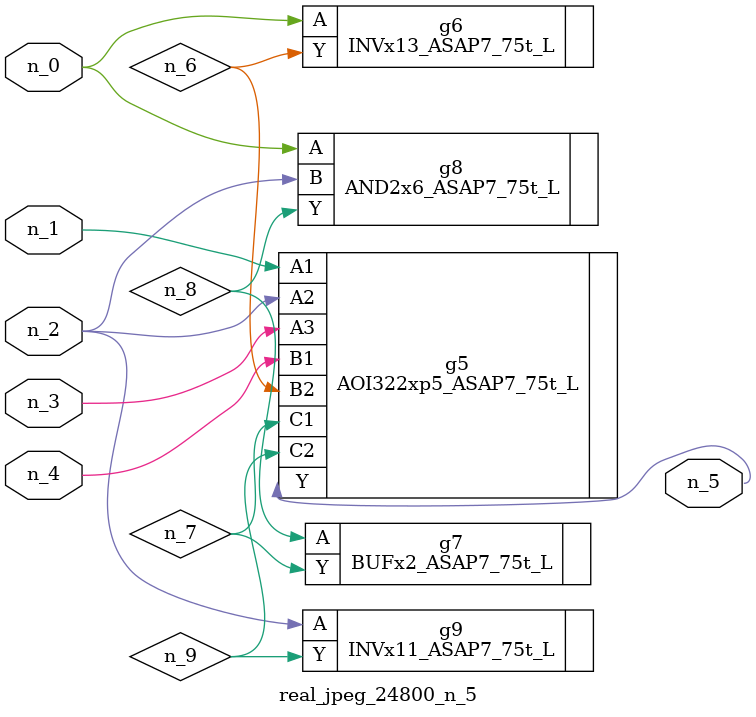
<source format=v>
module real_jpeg_24800_n_5 (n_4, n_0, n_1, n_2, n_3, n_5);

input n_4;
input n_0;
input n_1;
input n_2;
input n_3;

output n_5;

wire n_8;
wire n_6;
wire n_7;
wire n_9;

INVx13_ASAP7_75t_L g6 ( 
.A(n_0),
.Y(n_6)
);

AND2x6_ASAP7_75t_L g8 ( 
.A(n_0),
.B(n_2),
.Y(n_8)
);

AOI322xp5_ASAP7_75t_L g5 ( 
.A1(n_1),
.A2(n_2),
.A3(n_3),
.B1(n_4),
.B2(n_6),
.C1(n_7),
.C2(n_9),
.Y(n_5)
);

INVx11_ASAP7_75t_L g9 ( 
.A(n_2),
.Y(n_9)
);

BUFx2_ASAP7_75t_L g7 ( 
.A(n_8),
.Y(n_7)
);


endmodule
</source>
